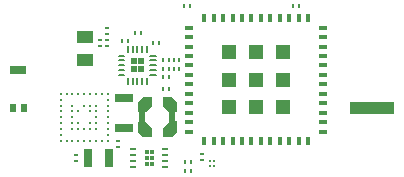
<source format=gbr>
G04 EAGLE Gerber RS-274X export*
G75*
%MOMM*%
%FSLAX34Y34*%
%LPD*%
%INSolderpaste Top*%
%IPPOS*%
%AMOC8*
5,1,8,0,0,1.08239X$1,22.5*%
G01*
%ADD10R,0.200000X0.300000*%
%ADD11R,0.700000X0.400000*%
%ADD12R,0.400000X0.700000*%
%ADD13R,1.280000X1.280000*%
%ADD14R,0.566000X0.256000*%
%ADD15R,0.325000X0.325000*%
%ADD16R,0.224000X0.374000*%
%ADD17R,0.300000X0.200000*%
%ADD18R,0.374000X0.224000*%
%ADD19C,0.160000*%
%ADD20R,0.508000X0.482600*%
%ADD21R,0.600000X2.390000*%
%ADD22R,1.340000X1.040000*%
%ADD23R,3.720000X1.120000*%
%ADD24C,0.200000*%
%ADD25R,1.600000X0.800000*%
%ADD26R,0.640000X1.640000*%
%ADD27R,1.440000X0.640000*%
%ADD28R,0.520000X0.670000*%
%ADD29R,0.250000X0.250000*%

G36*
X142574Y41787D02*
X142574Y41787D01*
X142649Y41800D01*
X142659Y41807D01*
X142669Y41809D01*
X142698Y41833D01*
X142769Y41881D01*
X146769Y45881D01*
X146809Y45946D01*
X146853Y46008D01*
X146855Y46020D01*
X146860Y46028D01*
X146864Y46065D01*
X146880Y46150D01*
X146880Y55150D01*
X146869Y55200D01*
X146867Y55251D01*
X146849Y55283D01*
X146841Y55319D01*
X146808Y55358D01*
X146784Y55403D01*
X146754Y55424D01*
X146731Y55452D01*
X146684Y55473D01*
X146642Y55503D01*
X146600Y55511D01*
X146572Y55523D01*
X146542Y55522D01*
X146500Y55530D01*
X141000Y55530D01*
X140926Y55513D01*
X140851Y55500D01*
X140841Y55493D01*
X140831Y55491D01*
X140802Y55467D01*
X140731Y55419D01*
X134731Y49419D01*
X134691Y49354D01*
X134647Y49292D01*
X134645Y49280D01*
X134640Y49272D01*
X134636Y49235D01*
X134620Y49150D01*
X134620Y42150D01*
X134631Y42100D01*
X134633Y42049D01*
X134651Y42017D01*
X134659Y41981D01*
X134692Y41942D01*
X134716Y41897D01*
X134746Y41876D01*
X134769Y41848D01*
X134816Y41827D01*
X134858Y41797D01*
X134900Y41789D01*
X134928Y41777D01*
X134958Y41778D01*
X135000Y41770D01*
X142500Y41770D01*
X142574Y41787D01*
G37*
G36*
X120574Y62787D02*
X120574Y62787D01*
X120649Y62800D01*
X120659Y62807D01*
X120669Y62809D01*
X120698Y62833D01*
X120769Y62881D01*
X125769Y67881D01*
X125809Y67946D01*
X125853Y68008D01*
X125855Y68020D01*
X125860Y68028D01*
X125864Y68065D01*
X125880Y68150D01*
X125880Y75150D01*
X125869Y75200D01*
X125867Y75251D01*
X125849Y75283D01*
X125841Y75319D01*
X125808Y75358D01*
X125784Y75403D01*
X125754Y75424D01*
X125731Y75452D01*
X125684Y75473D01*
X125642Y75503D01*
X125600Y75511D01*
X125572Y75523D01*
X125542Y75522D01*
X125500Y75530D01*
X118000Y75530D01*
X117926Y75513D01*
X117851Y75500D01*
X117841Y75493D01*
X117831Y75491D01*
X117802Y75467D01*
X117731Y75419D01*
X113731Y71419D01*
X113699Y71367D01*
X113698Y71366D01*
X113696Y71363D01*
X113691Y71354D01*
X113647Y71292D01*
X113645Y71280D01*
X113640Y71272D01*
X113636Y71235D01*
X113634Y71224D01*
X113627Y71208D01*
X113627Y71189D01*
X113620Y71150D01*
X113620Y63150D01*
X113631Y63100D01*
X113633Y63049D01*
X113651Y63017D01*
X113659Y62981D01*
X113692Y62942D01*
X113716Y62897D01*
X113746Y62876D01*
X113769Y62848D01*
X113816Y62827D01*
X113858Y62797D01*
X113900Y62789D01*
X113928Y62777D01*
X113958Y62778D01*
X114000Y62770D01*
X120500Y62770D01*
X120574Y62787D01*
G37*
G36*
X125550Y41781D02*
X125550Y41781D01*
X125601Y41783D01*
X125633Y41801D01*
X125669Y41809D01*
X125708Y41842D01*
X125753Y41866D01*
X125774Y41896D01*
X125802Y41919D01*
X125823Y41966D01*
X125853Y42008D01*
X125861Y42050D01*
X125873Y42078D01*
X125872Y42108D01*
X125880Y42150D01*
X125880Y49150D01*
X125863Y49224D01*
X125850Y49299D01*
X125843Y49309D01*
X125841Y49319D01*
X125817Y49348D01*
X125769Y49419D01*
X120769Y54419D01*
X120704Y54459D01*
X120642Y54503D01*
X120630Y54505D01*
X120622Y54510D01*
X120585Y54514D01*
X120500Y54530D01*
X114000Y54530D01*
X113950Y54519D01*
X113899Y54517D01*
X113867Y54499D01*
X113831Y54491D01*
X113792Y54458D01*
X113747Y54434D01*
X113726Y54404D01*
X113698Y54381D01*
X113677Y54334D01*
X113647Y54292D01*
X113639Y54250D01*
X113627Y54222D01*
X113628Y54192D01*
X113620Y54150D01*
X113620Y46150D01*
X113637Y46076D01*
X113650Y46001D01*
X113657Y45991D01*
X113659Y45981D01*
X113683Y45952D01*
X113731Y45881D01*
X117731Y41881D01*
X117796Y41841D01*
X117858Y41797D01*
X117870Y41795D01*
X117878Y41790D01*
X117915Y41786D01*
X118000Y41770D01*
X125500Y41770D01*
X125550Y41781D01*
G37*
G36*
X146550Y63281D02*
X146550Y63281D01*
X146601Y63283D01*
X146633Y63301D01*
X146669Y63309D01*
X146708Y63342D01*
X146753Y63366D01*
X146774Y63396D01*
X146802Y63419D01*
X146823Y63466D01*
X146853Y63508D01*
X146861Y63550D01*
X146873Y63578D01*
X146872Y63608D01*
X146880Y63650D01*
X146880Y71150D01*
X146863Y71224D01*
X146850Y71299D01*
X146843Y71309D01*
X146841Y71319D01*
X146817Y71348D01*
X146769Y71419D01*
X142769Y75419D01*
X142704Y75459D01*
X142642Y75503D01*
X142630Y75505D01*
X142622Y75510D01*
X142585Y75514D01*
X142500Y75530D01*
X135000Y75530D01*
X134950Y75519D01*
X134899Y75517D01*
X134867Y75499D01*
X134831Y75491D01*
X134792Y75458D01*
X134747Y75434D01*
X134726Y75404D01*
X134698Y75381D01*
X134677Y75334D01*
X134647Y75292D01*
X134639Y75250D01*
X134627Y75222D01*
X134628Y75192D01*
X134620Y75150D01*
X134620Y68150D01*
X134637Y68076D01*
X134650Y68001D01*
X134657Y67991D01*
X134659Y67981D01*
X134683Y67952D01*
X134731Y67881D01*
X139231Y63381D01*
X139296Y63341D01*
X139358Y63297D01*
X139370Y63295D01*
X139378Y63290D01*
X139415Y63286D01*
X139500Y63270D01*
X146500Y63270D01*
X146550Y63281D01*
G37*
D10*
X143950Y99474D03*
X148950Y99474D03*
D11*
X157367Y134500D03*
X157367Y126500D03*
X157367Y118500D03*
X157367Y110500D03*
X157367Y102500D03*
X157367Y94500D03*
X157367Y86500D03*
X157367Y78500D03*
X157367Y70500D03*
X157367Y62500D03*
X157367Y54500D03*
X157367Y46500D03*
D12*
X169867Y38500D03*
X177867Y38500D03*
X185867Y38500D03*
X193867Y38500D03*
X201867Y38500D03*
X209867Y38500D03*
X217867Y38500D03*
X225867Y38500D03*
X233867Y38500D03*
X241867Y38500D03*
X249867Y38500D03*
X257867Y38500D03*
D11*
X270367Y46500D03*
X270367Y54500D03*
X270367Y62500D03*
X270367Y70500D03*
X270367Y78500D03*
X270367Y86500D03*
X270367Y94500D03*
X270367Y102500D03*
X270367Y110500D03*
X270367Y118500D03*
X270367Y126500D03*
X270367Y134500D03*
D12*
X257867Y142500D03*
X249867Y142500D03*
X241867Y142500D03*
X233867Y142500D03*
X225867Y142500D03*
X217867Y142500D03*
X209867Y142500D03*
X201867Y142500D03*
X193867Y142500D03*
X185867Y142500D03*
X177867Y142500D03*
X169867Y142500D03*
D13*
X190867Y113500D03*
X213867Y113500D03*
X236867Y113500D03*
X190867Y90500D03*
X213867Y90500D03*
X236867Y90500D03*
X190867Y67500D03*
X213867Y67500D03*
X236867Y67500D03*
D10*
X143950Y107300D03*
X148950Y107300D03*
D14*
X109874Y31480D03*
X109874Y26480D03*
X109874Y21480D03*
X109874Y16480D03*
X136474Y16480D03*
X136474Y21480D03*
X136474Y26480D03*
X136474Y31480D03*
D15*
X125299Y28855D03*
X121049Y28855D03*
X121049Y18855D03*
X125299Y18855D03*
X121049Y23855D03*
X125299Y23855D03*
D16*
X153450Y13500D03*
X158550Y13500D03*
X153450Y20500D03*
X158550Y20500D03*
D10*
X244900Y152550D03*
X249900Y152550D03*
D16*
X152500Y152750D03*
X157600Y152750D03*
D17*
X81250Y123800D03*
X81250Y118800D03*
D18*
X87300Y118750D03*
X87300Y123850D03*
X87550Y129000D03*
X87550Y134100D03*
D19*
X124400Y94800D02*
X129400Y94800D01*
X129400Y98800D02*
X124400Y98800D01*
X124400Y102800D02*
X129400Y102800D01*
X129400Y106800D02*
X124400Y106800D01*
X124400Y110800D02*
X129400Y110800D01*
X121400Y113800D02*
X121400Y118800D01*
X117400Y118800D02*
X117400Y113800D01*
X113400Y113800D02*
X113400Y118800D01*
X109400Y118800D02*
X109400Y113800D01*
X105400Y113800D02*
X105400Y118800D01*
X102400Y110800D02*
X97400Y110800D01*
X97400Y106800D02*
X102400Y106800D01*
X102400Y102800D02*
X97400Y102800D01*
X97400Y98800D02*
X102400Y98800D01*
X102400Y94800D02*
X97400Y94800D01*
X105400Y91800D02*
X105400Y86800D01*
X109400Y86800D02*
X109400Y91800D01*
X113400Y91800D02*
X113400Y86800D01*
X117400Y86800D02*
X117400Y91800D01*
X121400Y91800D02*
X121400Y86800D01*
D20*
X116702Y99371D03*
X110098Y99371D03*
X116702Y106229D03*
X110098Y106229D03*
D21*
X143000Y58650D03*
X117500Y58650D03*
D16*
X134800Y93100D03*
X139900Y93100D03*
X140050Y99550D03*
X134950Y99550D03*
X105150Y123300D03*
X100050Y123300D03*
X116450Y130000D03*
X111350Y130000D03*
X131550Y121900D03*
X126450Y121900D03*
D10*
X135150Y107400D03*
X140150Y107400D03*
D22*
X68800Y106900D03*
X68800Y126900D03*
D23*
X312150Y66600D03*
D10*
X134700Y82900D03*
X139700Y82900D03*
D24*
X48360Y38540D03*
X48360Y48540D03*
X48360Y53540D03*
X48360Y58540D03*
X48360Y63540D03*
X48360Y68540D03*
X48360Y73540D03*
X48360Y78540D03*
X48360Y43540D03*
X53360Y78540D03*
X58360Y78540D03*
X63360Y78540D03*
X68360Y78540D03*
X73360Y78540D03*
X78360Y78540D03*
X83360Y78540D03*
X88360Y78540D03*
X88360Y73540D03*
X88360Y68540D03*
X88360Y63540D03*
X88360Y58540D03*
X88360Y53540D03*
X88360Y48540D03*
X88360Y43540D03*
X88360Y38540D03*
X83360Y38540D03*
X78360Y38540D03*
X73360Y38540D03*
X68360Y38540D03*
X63360Y38540D03*
X58360Y38540D03*
X53360Y38540D03*
X58360Y48540D03*
X58360Y53540D03*
X58360Y58540D03*
X58360Y63540D03*
X58360Y68540D03*
X68360Y68540D03*
X73360Y68540D03*
X78360Y68540D03*
X78360Y63540D03*
X78360Y58540D03*
X78360Y53540D03*
X78360Y48540D03*
X73360Y48540D03*
X68360Y48540D03*
X63360Y48540D03*
X63360Y53540D03*
X63360Y63540D03*
X73360Y63540D03*
X73360Y53540D03*
D25*
X102100Y49600D03*
X102100Y74600D03*
D26*
X71600Y24300D03*
X89600Y24300D03*
D17*
X61300Y21900D03*
X61300Y26900D03*
X97300Y38700D03*
X97300Y33700D03*
D27*
X12500Y98500D03*
D28*
X7750Y66500D03*
X17250Y66500D03*
D29*
X174450Y17450D03*
X174450Y21450D03*
X178450Y21450D03*
X178450Y17450D03*
D17*
X168000Y22500D03*
X168000Y27500D03*
M02*

</source>
